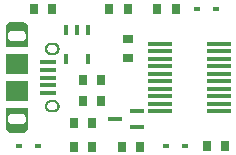
<source format=gtp>
G04*
G04 #@! TF.GenerationSoftware,Altium Limited,Altium Designer,20.2.4 (192)*
G04*
G04 Layer_Color=8421504*
%FSLAX25Y25*%
%MOIN*%
G70*
G04*
G04 #@! TF.SameCoordinates,5D221C76-13CA-4EE4-81E9-8EB1FD8A002E*
G04*
G04*
G04 #@! TF.FilePolarity,Positive*
G04*
G01*
G75*
%ADD17R,0.02000X0.01400*%
%ADD18R,0.03000X0.03200*%
G04:AMPARAMS|DCode=19|XSize=77.56mil|YSize=16.14mil|CornerRadius=0.81mil|HoleSize=0mil|Usage=FLASHONLY|Rotation=0.000|XOffset=0mil|YOffset=0mil|HoleType=Round|Shape=RoundedRectangle|*
%AMROUNDEDRECTD19*
21,1,0.07756,0.01453,0,0,0.0*
21,1,0.07595,0.01614,0,0,0.0*
1,1,0.00161,0.03797,-0.00726*
1,1,0.00161,-0.03797,-0.00726*
1,1,0.00161,-0.03797,0.00726*
1,1,0.00161,0.03797,0.00726*
%
%ADD19ROUNDEDRECTD19*%
%ADD20R,0.04600X0.01800*%
%ADD21R,0.03200X0.03000*%
%ADD22R,0.01759X0.03531*%
%ADD23R,0.05315X0.01575*%
%ADD24R,0.07480X0.07087*%
G36*
X603740Y143465D02*
X603737Y143361D01*
X603729Y143259D01*
X603716Y143157D01*
X603697Y143055D01*
X603673Y142955D01*
X603644Y142856D01*
X603609Y142759D01*
X603570Y142664D01*
X603526Y142571D01*
X603476Y142480D01*
X603423Y142392D01*
X603364Y142307D01*
X603301Y142226D01*
X603234Y142147D01*
X603164Y142073D01*
X603089Y142002D01*
X603011Y141935D01*
X602929Y141872D01*
X602844Y141814D01*
X602756Y141760D01*
X602665Y141711D01*
X602572Y141666D01*
X602477Y141627D01*
X602380Y141592D01*
X602281Y141563D01*
X602181Y141539D01*
X602080Y141520D01*
X601977Y141507D01*
X601875Y141499D01*
X601772Y141496D01*
X598228D01*
X598125Y141499D01*
X598023Y141507D01*
X597920Y141520D01*
X597819Y141539D01*
X597719Y141563D01*
X597620Y141592D01*
X597523Y141627D01*
X597428Y141666D01*
X597335Y141711D01*
X597244Y141760D01*
X597156Y141814D01*
X597071Y141872D01*
X596989Y141935D01*
X596911Y142002D01*
X596836Y142073D01*
X596766Y142147D01*
X596699Y142226D01*
X596636Y142307D01*
X596577Y142392D01*
X596524Y142480D01*
X596474Y142571D01*
X596430Y142664D01*
X596391Y142759D01*
X596356Y142856D01*
X596327Y142955D01*
X596303Y143055D01*
X596284Y143157D01*
X596271Y143259D01*
X596263Y143361D01*
X596260Y143465D01*
Y149764D01*
X603740D01*
Y143465D01*
D02*
G37*
G36*
X612313Y152517D02*
X612421Y152508D01*
X612528Y152494D01*
X612635Y152474D01*
X612740Y152449D01*
X612843Y152418D01*
X612945Y152382D01*
X613045Y152341D01*
X613143Y152294D01*
X613238Y152243D01*
X613331Y152186D01*
X613420Y152125D01*
X613506Y152059D01*
X613588Y151989D01*
X613666Y151914D01*
X613741Y151836D01*
X613811Y151753D01*
X613877Y151668D01*
X613938Y151578D01*
X613995Y151486D01*
X614046Y151391D01*
X614093Y151294D01*
X614134Y151193D01*
X614171Y151092D01*
X614201Y150988D01*
X614226Y150882D01*
X614246Y150776D01*
X614260Y150669D01*
X614269Y150561D01*
X614272Y150453D01*
X614269Y150345D01*
X614260Y150237D01*
X614246Y150129D01*
X614226Y150023D01*
X614201Y149918D01*
X614171Y149814D01*
X614134Y149712D01*
X614093Y149612D01*
X614046Y149514D01*
X613995Y149419D01*
X613938Y149327D01*
X613877Y149238D01*
X613811Y149152D01*
X613741Y149070D01*
X613666Y148991D01*
X613588Y148917D01*
X613506Y148846D01*
X613420Y148781D01*
X613331Y148719D01*
X613238Y148663D01*
X613143Y148611D01*
X613045Y148565D01*
X612945Y148523D01*
X612843Y148487D01*
X612740Y148456D01*
X612635Y148431D01*
X612528Y148411D01*
X612421Y148397D01*
X612313Y148389D01*
X612205Y148386D01*
X611417D01*
X611309Y148389D01*
X611201Y148397D01*
X611094Y148411D01*
X610988Y148431D01*
X610882Y148456D01*
X610779Y148487D01*
X610677Y148523D01*
X610577Y148565D01*
X610479Y148611D01*
X610384Y148663D01*
X610292Y148719D01*
X610202Y148781D01*
X610117Y148846D01*
X610034Y148917D01*
X609956Y148991D01*
X609881Y149070D01*
X609811Y149152D01*
X609745Y149238D01*
X609684Y149327D01*
X609627Y149419D01*
X609576Y149514D01*
X609529Y149612D01*
X609488Y149712D01*
X609452Y149814D01*
X609421Y149918D01*
X609396Y150023D01*
X609376Y150129D01*
X609362Y150237D01*
X609353Y150345D01*
X609350Y150453D01*
X609353Y150561D01*
X609362Y150669D01*
X609376Y150776D01*
X609396Y150882D01*
X609421Y150988D01*
X609452Y151092D01*
X609488Y151193D01*
X609529Y151294D01*
X609576Y151391D01*
X609627Y151486D01*
X609684Y151578D01*
X609745Y151668D01*
X609811Y151753D01*
X609881Y151836D01*
X609956Y151914D01*
X610034Y151989D01*
X610117Y152059D01*
X610202Y152125D01*
X610292Y152186D01*
X610384Y152243D01*
X610479Y152294D01*
X610577Y152341D01*
X610677Y152382D01*
X610779Y152418D01*
X610882Y152449D01*
X610988Y152474D01*
X611094Y152494D01*
X611201Y152508D01*
X611309Y152517D01*
X611417Y152520D01*
X612205D01*
X612313Y152517D01*
D02*
G37*
G36*
X601875Y178501D02*
X601977Y178493D01*
X602080Y178480D01*
X602181Y178461D01*
X602281Y178437D01*
X602380Y178408D01*
X602477Y178373D01*
X602572Y178334D01*
X602665Y178289D01*
X602756Y178240D01*
X602844Y178186D01*
X602929Y178128D01*
X603011Y178065D01*
X603089Y177998D01*
X603164Y177927D01*
X603234Y177853D01*
X603301Y177774D01*
X603364Y177692D01*
X603423Y177608D01*
X603476Y177520D01*
X603526Y177429D01*
X603570Y177336D01*
X603609Y177241D01*
X603644Y177144D01*
X603673Y177045D01*
X603697Y176945D01*
X603716Y176843D01*
X603729Y176741D01*
X603737Y176638D01*
X603740Y176535D01*
Y170236D01*
X596260D01*
Y176535D01*
X596263Y176638D01*
X596271Y176741D01*
X596284Y176843D01*
X596303Y176945D01*
X596327Y177045D01*
X596356Y177144D01*
X596391Y177241D01*
X596430Y177336D01*
X596474Y177429D01*
X596524Y177520D01*
X596577Y177608D01*
X596636Y177692D01*
X596699Y177774D01*
X596766Y177853D01*
X596836Y177927D01*
X596911Y177998D01*
X596989Y178065D01*
X597071Y178128D01*
X597156Y178186D01*
X597244Y178240D01*
X597335Y178289D01*
X597428Y178334D01*
X597523Y178373D01*
X597620Y178408D01*
X597719Y178437D01*
X597819Y178461D01*
X597920Y178480D01*
X598023Y178493D01*
X598125Y178501D01*
X598228Y178504D01*
X601772D01*
X601875Y178501D01*
D02*
G37*
G36*
X612313Y171611D02*
X612421Y171603D01*
X612528Y171589D01*
X612635Y171569D01*
X612740Y171544D01*
X612843Y171513D01*
X612945Y171477D01*
X613045Y171435D01*
X613143Y171389D01*
X613238Y171337D01*
X613331Y171281D01*
X613420Y171219D01*
X613506Y171153D01*
X613588Y171083D01*
X613666Y171009D01*
X613741Y170930D01*
X613811Y170848D01*
X613877Y170762D01*
X613938Y170673D01*
X613995Y170581D01*
X614046Y170486D01*
X614093Y170388D01*
X614134Y170288D01*
X614171Y170186D01*
X614201Y170082D01*
X614226Y169977D01*
X614246Y169871D01*
X614260Y169763D01*
X614269Y169655D01*
X614272Y169547D01*
X614269Y169439D01*
X614260Y169331D01*
X614246Y169224D01*
X614226Y169117D01*
X614201Y169012D01*
X614171Y168909D01*
X614134Y168807D01*
X614093Y168707D01*
X614046Y168609D01*
X613995Y168514D01*
X613938Y168421D01*
X613877Y168332D01*
X613811Y168246D01*
X613741Y168164D01*
X613666Y168086D01*
X613588Y168011D01*
X613506Y167941D01*
X613420Y167875D01*
X613331Y167814D01*
X613238Y167757D01*
X613143Y167706D01*
X613045Y167659D01*
X612945Y167618D01*
X612843Y167581D01*
X612740Y167551D01*
X612635Y167525D01*
X612528Y167506D01*
X612421Y167492D01*
X612313Y167483D01*
X612205Y167480D01*
X611417D01*
X611309Y167483D01*
X611201Y167492D01*
X611094Y167506D01*
X610988Y167525D01*
X610882Y167551D01*
X610779Y167581D01*
X610677Y167618D01*
X610577Y167659D01*
X610479Y167706D01*
X610384Y167757D01*
X610292Y167814D01*
X610202Y167875D01*
X610117Y167941D01*
X610034Y168011D01*
X609956Y168086D01*
X609881Y168164D01*
X609811Y168246D01*
X609745Y168332D01*
X609684Y168421D01*
X609627Y168514D01*
X609576Y168609D01*
X609529Y168707D01*
X609488Y168807D01*
X609452Y168909D01*
X609421Y169012D01*
X609396Y169117D01*
X609376Y169224D01*
X609362Y169331D01*
X609353Y169439D01*
X609350Y169547D01*
X609353Y169655D01*
X609362Y169763D01*
X609376Y169871D01*
X609396Y169977D01*
X609421Y170082D01*
X609452Y170186D01*
X609488Y170288D01*
X609529Y170388D01*
X609576Y170486D01*
X609627Y170581D01*
X609684Y170673D01*
X609745Y170762D01*
X609811Y170848D01*
X609881Y170930D01*
X609956Y171009D01*
X610034Y171083D01*
X610117Y171153D01*
X610202Y171219D01*
X610292Y171281D01*
X610384Y171337D01*
X610479Y171389D01*
X610577Y171435D01*
X610677Y171477D01*
X610779Y171513D01*
X610882Y171544D01*
X610988Y171569D01*
X611094Y171589D01*
X611201Y171603D01*
X611309Y171611D01*
X611417Y171614D01*
X612205D01*
X612313Y171611D01*
D02*
G37*
%LPC*%
G36*
X601772Y147795D02*
X598228D01*
X598167Y147794D01*
X598105Y147789D01*
X598044Y147781D01*
X597983Y147769D01*
X597923Y147755D01*
X597863Y147738D01*
X597805Y147717D01*
X597748Y147693D01*
X597692Y147667D01*
X597638Y147637D01*
X597585Y147605D01*
X597534Y147570D01*
X597485Y147532D01*
X597438Y147492D01*
X597393Y147449D01*
X597351Y147405D01*
X597310Y147357D01*
X597273Y147308D01*
X597238Y147257D01*
X597205Y147205D01*
X597176Y147150D01*
X597149Y147095D01*
X597126Y147037D01*
X597105Y146979D01*
X597087Y146920D01*
X597073Y146860D01*
X597062Y146799D01*
X597054Y146738D01*
X597049Y146676D01*
X597047Y146614D01*
Y145728D01*
X597049Y145667D01*
X597054Y145605D01*
X597062Y145544D01*
X597073Y145483D01*
X597087Y145423D01*
X597105Y145363D01*
X597126Y145305D01*
X597149Y145248D01*
X597176Y145192D01*
X597205Y145138D01*
X597238Y145085D01*
X597273Y145034D01*
X597310Y144985D01*
X597351Y144938D01*
X597393Y144893D01*
X597438Y144851D01*
X597485Y144810D01*
X597534Y144773D01*
X597585Y144738D01*
X597638Y144705D01*
X597692Y144676D01*
X597748Y144649D01*
X597805Y144626D01*
X597863Y144605D01*
X597923Y144588D01*
X597983Y144573D01*
X598044Y144562D01*
X598105Y144554D01*
X598167Y144549D01*
X598228Y144547D01*
X601870D01*
X601927Y144549D01*
X601983Y144553D01*
X602039Y144561D01*
X602095Y144571D01*
X602150Y144584D01*
X602205Y144600D01*
X602258Y144619D01*
X602311Y144641D01*
X602362Y144665D01*
X602411Y144692D01*
X602460Y144722D01*
X602506Y144754D01*
X602551Y144789D01*
X602595Y144825D01*
X602636Y144864D01*
X602675Y144905D01*
X602711Y144949D01*
X602746Y144993D01*
X602778Y145040D01*
X602808Y145089D01*
X602835Y145138D01*
X602859Y145190D01*
X602881Y145242D01*
X602900Y145295D01*
X602916Y145350D01*
X602929Y145405D01*
X602939Y145460D01*
X602947Y145517D01*
X602951Y145573D01*
X602953Y145630D01*
Y146614D01*
X602951Y146676D01*
X602946Y146738D01*
X602938Y146799D01*
X602927Y146860D01*
X602913Y146920D01*
X602895Y146979D01*
X602874Y147037D01*
X602851Y147095D01*
X602824Y147150D01*
X602795Y147205D01*
X602762Y147257D01*
X602727Y147308D01*
X602690Y147357D01*
X602649Y147405D01*
X602607Y147449D01*
X602562Y147492D01*
X602515Y147532D01*
X602466Y147570D01*
X602415Y147605D01*
X602362Y147637D01*
X602308Y147667D01*
X602252Y147693D01*
X602195Y147717D01*
X602137Y147738D01*
X602077Y147755D01*
X602017Y147769D01*
X601956Y147781D01*
X601895Y147789D01*
X601833Y147794D01*
X601772Y147795D01*
D02*
G37*
G36*
X612205Y151732D02*
X611417D01*
X611350Y151731D01*
X611284Y151725D01*
X611217Y151716D01*
X611151Y151704D01*
X611086Y151689D01*
X611022Y151670D01*
X610959Y151647D01*
X610897Y151622D01*
X610836Y151593D01*
X610778Y151561D01*
X610720Y151526D01*
X610665Y151488D01*
X610612Y151447D01*
X610561Y151404D01*
X610513Y151357D01*
X610466Y151309D01*
X610423Y151258D01*
X610382Y151205D01*
X610344Y151150D01*
X610309Y151093D01*
X610277Y151034D01*
X610248Y150973D01*
X610223Y150911D01*
X610200Y150848D01*
X610181Y150784D01*
X610166Y150719D01*
X610153Y150653D01*
X610145Y150586D01*
X610140Y150520D01*
X610138Y150453D01*
X610140Y150386D01*
X610145Y150319D01*
X610153Y150253D01*
X610166Y150187D01*
X610181Y150122D01*
X610200Y150057D01*
X610223Y149994D01*
X610248Y149932D01*
X610277Y149872D01*
X610309Y149813D01*
X610344Y149756D01*
X610382Y149701D01*
X610423Y149647D01*
X610466Y149597D01*
X610513Y149548D01*
X610561Y149502D01*
X610612Y149458D01*
X610665Y149418D01*
X610720Y149380D01*
X610778Y149345D01*
X610836Y149313D01*
X610897Y149284D01*
X610959Y149258D01*
X611022Y149236D01*
X611086Y149217D01*
X611151Y149201D01*
X611217Y149189D01*
X611284Y149180D01*
X611350Y149175D01*
X611417Y149173D01*
X612205D01*
X612272Y149175D01*
X612338Y149180D01*
X612405Y149189D01*
X612471Y149201D01*
X612536Y149217D01*
X612600Y149236D01*
X612663Y149258D01*
X612725Y149284D01*
X612786Y149313D01*
X612845Y149345D01*
X612902Y149380D01*
X612957Y149418D01*
X613010Y149458D01*
X613061Y149502D01*
X613109Y149548D01*
X613156Y149597D01*
X613199Y149647D01*
X613240Y149701D01*
X613278Y149756D01*
X613313Y149813D01*
X613345Y149872D01*
X613374Y149932D01*
X613399Y149994D01*
X613422Y150057D01*
X613441Y150122D01*
X613456Y150187D01*
X613469Y150253D01*
X613477Y150319D01*
X613483Y150386D01*
X613484Y150453D01*
X613483Y150520D01*
X613477Y150586D01*
X613469Y150653D01*
X613456Y150719D01*
X613441Y150784D01*
X613422Y150848D01*
X613399Y150911D01*
X613374Y150973D01*
X613345Y151034D01*
X613313Y151093D01*
X613278Y151150D01*
X613240Y151205D01*
X613199Y151258D01*
X613156Y151309D01*
X613109Y151357D01*
X613061Y151404D01*
X613010Y151447D01*
X612957Y151488D01*
X612902Y151526D01*
X612845Y151561D01*
X612786Y151593D01*
X612725Y151622D01*
X612663Y151647D01*
X612600Y151670D01*
X612536Y151689D01*
X612471Y151704D01*
X612405Y151716D01*
X612338Y151725D01*
X612272Y151731D01*
X612205Y151732D01*
D02*
G37*
G36*
X601772Y175453D02*
X598130D01*
X598073Y175451D01*
X598017Y175447D01*
X597961Y175439D01*
X597905Y175429D01*
X597850Y175416D01*
X597795Y175400D01*
X597742Y175381D01*
X597690Y175359D01*
X597638Y175335D01*
X597589Y175308D01*
X597540Y175278D01*
X597494Y175246D01*
X597449Y175212D01*
X597405Y175175D01*
X597364Y175136D01*
X597325Y175094D01*
X597289Y175051D01*
X597254Y175006D01*
X597222Y174960D01*
X597192Y174911D01*
X597165Y174862D01*
X597141Y174810D01*
X597119Y174758D01*
X597100Y174705D01*
X597084Y174650D01*
X597071Y174595D01*
X597061Y174539D01*
X597053Y174483D01*
X597049Y174427D01*
X597047Y174370D01*
Y173386D01*
X597049Y173324D01*
X597054Y173262D01*
X597062Y173201D01*
X597073Y173140D01*
X597087Y173080D01*
X597105Y173021D01*
X597126Y172963D01*
X597149Y172905D01*
X597176Y172850D01*
X597205Y172795D01*
X597238Y172743D01*
X597273Y172692D01*
X597310Y172643D01*
X597351Y172596D01*
X597393Y172551D01*
X597438Y172508D01*
X597485Y172468D01*
X597534Y172430D01*
X597585Y172395D01*
X597638Y172363D01*
X597692Y172334D01*
X597748Y172307D01*
X597805Y172283D01*
X597863Y172263D01*
X597923Y172245D01*
X597983Y172231D01*
X598044Y172219D01*
X598105Y172211D01*
X598167Y172206D01*
X598228Y172205D01*
X601772D01*
X601833Y172206D01*
X601895Y172211D01*
X601956Y172219D01*
X602017Y172231D01*
X602077Y172245D01*
X602137Y172263D01*
X602195Y172283D01*
X602252Y172307D01*
X602308Y172334D01*
X602362Y172363D01*
X602415Y172395D01*
X602466Y172430D01*
X602515Y172468D01*
X602562Y172508D01*
X602607Y172551D01*
X602649Y172596D01*
X602690Y172643D01*
X602727Y172692D01*
X602762Y172743D01*
X602795Y172795D01*
X602824Y172850D01*
X602851Y172905D01*
X602874Y172963D01*
X602895Y173021D01*
X602913Y173080D01*
X602927Y173140D01*
X602938Y173201D01*
X602946Y173262D01*
X602951Y173324D01*
X602953Y173386D01*
Y174272D01*
X602951Y174334D01*
X602946Y174395D01*
X602938Y174456D01*
X602927Y174517D01*
X602913Y174577D01*
X602895Y174637D01*
X602874Y174695D01*
X602851Y174752D01*
X602824Y174808D01*
X602795Y174862D01*
X602762Y174915D01*
X602727Y174966D01*
X602690Y175015D01*
X602649Y175062D01*
X602607Y175107D01*
X602562Y175149D01*
X602515Y175189D01*
X602466Y175227D01*
X602415Y175262D01*
X602362Y175294D01*
X602308Y175324D01*
X602252Y175351D01*
X602195Y175374D01*
X602137Y175395D01*
X602077Y175412D01*
X602017Y175427D01*
X601956Y175438D01*
X601895Y175446D01*
X601833Y175451D01*
X601772Y175453D01*
D02*
G37*
G36*
X612205Y170827D02*
X611417D01*
X611350Y170825D01*
X611284Y170820D01*
X611217Y170811D01*
X611151Y170799D01*
X611086Y170783D01*
X611022Y170764D01*
X610959Y170742D01*
X610897Y170716D01*
X610836Y170687D01*
X610778Y170655D01*
X610720Y170620D01*
X610665Y170582D01*
X610612Y170542D01*
X610561Y170498D01*
X610513Y170452D01*
X610466Y170403D01*
X610423Y170352D01*
X610382Y170299D01*
X610344Y170244D01*
X610309Y170187D01*
X610277Y170128D01*
X610248Y170068D01*
X610223Y170006D01*
X610200Y169943D01*
X610181Y169878D01*
X610166Y169813D01*
X610153Y169747D01*
X610145Y169681D01*
X610140Y169614D01*
X610138Y169547D01*
X610140Y169480D01*
X610145Y169413D01*
X610153Y169347D01*
X610166Y169281D01*
X610181Y169216D01*
X610200Y169152D01*
X610223Y169089D01*
X610248Y169027D01*
X610277Y168966D01*
X610309Y168907D01*
X610344Y168850D01*
X610382Y168795D01*
X610423Y168742D01*
X610466Y168691D01*
X610513Y168642D01*
X610561Y168596D01*
X610612Y168553D01*
X610665Y168512D01*
X610720Y168474D01*
X610778Y168439D01*
X610836Y168407D01*
X610897Y168378D01*
X610959Y168353D01*
X611022Y168330D01*
X611086Y168311D01*
X611151Y168296D01*
X611217Y168283D01*
X611284Y168275D01*
X611350Y168270D01*
X611417Y168268D01*
X612205D01*
X612272Y168270D01*
X612338Y168275D01*
X612405Y168283D01*
X612471Y168296D01*
X612536Y168311D01*
X612600Y168330D01*
X612663Y168353D01*
X612725Y168378D01*
X612786Y168407D01*
X612845Y168439D01*
X612902Y168474D01*
X612957Y168512D01*
X613010Y168553D01*
X613061Y168596D01*
X613109Y168642D01*
X613156Y168691D01*
X613199Y168742D01*
X613240Y168795D01*
X613278Y168850D01*
X613313Y168907D01*
X613345Y168966D01*
X613374Y169027D01*
X613399Y169089D01*
X613422Y169152D01*
X613441Y169216D01*
X613456Y169281D01*
X613469Y169347D01*
X613477Y169413D01*
X613483Y169480D01*
X613484Y169547D01*
X613483Y169614D01*
X613477Y169681D01*
X613469Y169747D01*
X613456Y169813D01*
X613441Y169878D01*
X613422Y169943D01*
X613399Y170006D01*
X613374Y170068D01*
X613345Y170128D01*
X613313Y170187D01*
X613278Y170244D01*
X613240Y170299D01*
X613199Y170352D01*
X613156Y170403D01*
X613109Y170452D01*
X613061Y170498D01*
X613010Y170542D01*
X612957Y170582D01*
X612902Y170620D01*
X612845Y170655D01*
X612786Y170687D01*
X612725Y170716D01*
X612663Y170742D01*
X612600Y170764D01*
X612536Y170783D01*
X612471Y170799D01*
X612405Y170811D01*
X612338Y170820D01*
X612272Y170825D01*
X612205Y170827D01*
D02*
G37*
%LPD*%
D17*
X656150Y137086D02*
D03*
X649850D02*
D03*
X666486Y183000D02*
D03*
X660186D02*
D03*
X600848Y137106D02*
D03*
X607148D02*
D03*
D18*
X669436Y137086D02*
D03*
X663336D02*
D03*
X641036Y137000D02*
D03*
X634936D02*
D03*
X622100Y152059D02*
D03*
X628200D02*
D03*
X622064Y159200D02*
D03*
X628164D02*
D03*
X625036Y137000D02*
D03*
X618936D02*
D03*
X611664Y183000D02*
D03*
X605564D02*
D03*
X646836D02*
D03*
X652936D02*
D03*
X618900Y144692D02*
D03*
X625000D02*
D03*
X630836Y183000D02*
D03*
X636936D02*
D03*
D19*
X647854Y148789D02*
D03*
Y151289D02*
D03*
Y153789D02*
D03*
Y156289D02*
D03*
Y158789D02*
D03*
Y161289D02*
D03*
Y163789D02*
D03*
Y166289D02*
D03*
Y168789D02*
D03*
Y171289D02*
D03*
X667303D02*
D03*
Y168789D02*
D03*
Y166289D02*
D03*
Y163789D02*
D03*
Y161289D02*
D03*
Y158789D02*
D03*
Y156289D02*
D03*
Y153789D02*
D03*
Y151289D02*
D03*
Y148789D02*
D03*
D20*
X640100Y143600D02*
D03*
Y148800D02*
D03*
X632700Y146200D02*
D03*
D21*
X636936Y166665D02*
D03*
Y172766D02*
D03*
D22*
X623740Y175724D02*
D03*
X620000D02*
D03*
X616260D02*
D03*
Y166276D02*
D03*
X623740D02*
D03*
D23*
X610532Y160000D02*
D03*
Y162559D02*
D03*
Y157441D02*
D03*
Y165118D02*
D03*
Y154882D02*
D03*
D24*
X600000Y164528D02*
D03*
Y155472D02*
D03*
M02*

</source>
